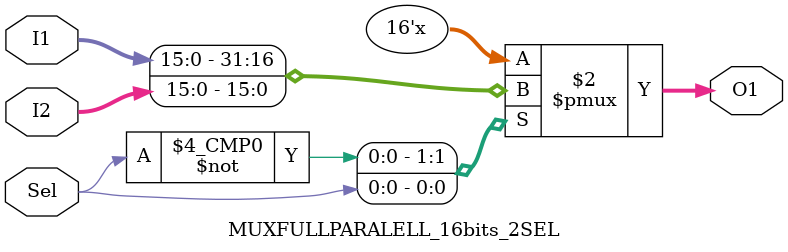
<source format=v>
module MUXFULLPARALELL_16bits_2SEL
 (
 input wire Sel,
 input wire [15:0]I1, I2,
 output reg [15:0] O1
 );
always @( * )
  begin
    case (Sel)
      1'b0: O1 = I1;
      1'b1: O1 = I2;
    endcase
  end
endmodule
</source>
